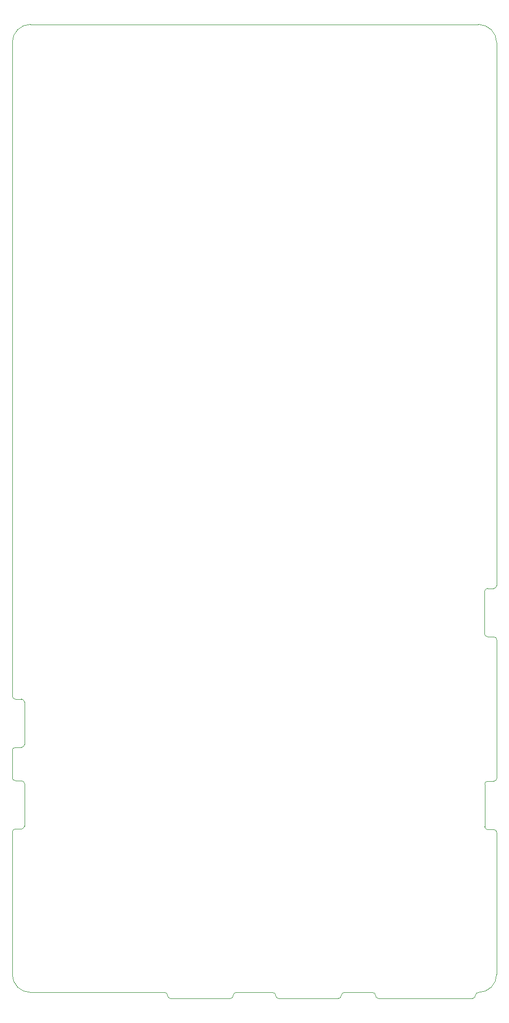
<source format=gbr>
%TF.GenerationSoftware,KiCad,Pcbnew,8.0.3*%
%TF.CreationDate,2024-12-10T11:07:40+00:00*%
%TF.ProjectId,PCB V2.4,50434220-5632-42e3-942e-6b696361645f,rev?*%
%TF.SameCoordinates,Original*%
%TF.FileFunction,Profile,NP*%
%FSLAX46Y46*%
G04 Gerber Fmt 4.6, Leading zero omitted, Abs format (unit mm)*
G04 Created by KiCad (PCBNEW 8.0.3) date 2024-12-10 11:07:40*
%MOMM*%
%LPD*%
G01*
G04 APERTURE LIST*
%TA.AperFunction,Profile*%
%ADD10C,0.050000*%
%TD*%
G04 APERTURE END LIST*
D10*
X141142947Y-124205776D02*
X141142947Y-117205776D01*
X142642947Y-124705776D02*
G75*
G02*
X143142924Y-125205776I-47J-500024D01*
G01*
X99123500Y-184487223D02*
X89269947Y-184487223D01*
X65123500Y-142493776D02*
G75*
G02*
X64623500Y-142993800I-499900J-124D01*
G01*
X89269947Y-184487223D02*
G75*
G02*
X88769877Y-183987223I-147J499923D01*
G01*
X143155500Y-148077223D02*
G75*
G02*
X142655500Y-148577200I-500000J23D01*
G01*
X143142947Y-116205776D02*
G75*
G02*
X142642947Y-116705747I-499847J-124D01*
G01*
X141155500Y-156077223D02*
X141155500Y-149077223D01*
X63623500Y-134993776D02*
X64623500Y-134993776D01*
X116977053Y-184487223D02*
X107123500Y-184487223D01*
X140123500Y-23487223D02*
X66123500Y-23487223D01*
X64623500Y-148487223D02*
G75*
G02*
X65123477Y-148987223I0J-499977D01*
G01*
X99623500Y-183987223D02*
G75*
G02*
X100123500Y-183487200I500000J23D01*
G01*
X63123500Y-156987223D02*
G75*
G02*
X63623500Y-156487200I500000J23D01*
G01*
X63623500Y-134993776D02*
G75*
G02*
X63123424Y-134493776I-100J499976D01*
G01*
X65123500Y-135493776D02*
X65123500Y-142493776D01*
X139123500Y-184487223D02*
X123623500Y-184487223D01*
X143155500Y-157077223D02*
X143123500Y-180487223D01*
X143123500Y-180487223D02*
G75*
G02*
X140123500Y-183487200I-3000000J23D01*
G01*
X63623500Y-148487223D02*
G75*
G02*
X63123477Y-147987223I0J500023D01*
G01*
X141655500Y-148577223D02*
X142655500Y-148577223D01*
X63123500Y-143493776D02*
G75*
G02*
X63623500Y-142993800I500100J-124D01*
G01*
X141142947Y-117205776D02*
G75*
G02*
X141642947Y-116705747I500153J-124D01*
G01*
X65123500Y-155987223D02*
G75*
G02*
X64623500Y-156487200I-500000J23D01*
G01*
X117477053Y-183987223D02*
G75*
G02*
X117977053Y-183487153I500147J-77D01*
G01*
X117477053Y-183987223D02*
G75*
G02*
X116977053Y-184487153I-499853J-77D01*
G01*
X143142947Y-116205776D02*
X143123500Y-26487223D01*
X66123500Y-183487223D02*
G75*
G02*
X63123477Y-180487223I0J3000023D01*
G01*
X142655500Y-156577223D02*
X141655500Y-156577223D01*
X88269947Y-183487223D02*
G75*
G02*
X88769977Y-183987223I-47J-500077D01*
G01*
X64623500Y-134993776D02*
G75*
G02*
X65123424Y-135493776I-100J-500024D01*
G01*
X141155500Y-149077223D02*
G75*
G02*
X141655500Y-148577200I500000J23D01*
G01*
X141642947Y-116705776D02*
X142642947Y-116705776D01*
X122623500Y-183487223D02*
G75*
G02*
X123123477Y-183987223I0J-499977D01*
G01*
X107123500Y-184487223D02*
G75*
G02*
X106623477Y-183987223I0J500023D01*
G01*
X99623500Y-183987223D02*
G75*
G02*
X99123500Y-184487200I-500000J23D01*
G01*
X143142947Y-125205776D02*
X143155500Y-148077223D01*
X106123500Y-183487223D02*
X100123500Y-183487223D01*
X141655500Y-156577223D02*
G75*
G02*
X141155477Y-156077223I0J500023D01*
G01*
X66123500Y-183487223D02*
X88269947Y-183487223D01*
X64623500Y-142993776D02*
X63623500Y-142993776D01*
X139623500Y-183987223D02*
G75*
G02*
X140123500Y-183487200I500000J23D01*
G01*
X140123500Y-23487223D02*
G75*
G02*
X143123477Y-26487223I0J-2999977D01*
G01*
X65123500Y-148987223D02*
X65123500Y-155987223D01*
X63123500Y-26487223D02*
G75*
G02*
X66123500Y-23487200I3000000J23D01*
G01*
X142642947Y-124705776D02*
X141642947Y-124705776D01*
X63123500Y-134493776D02*
X63123500Y-26487223D01*
X106123500Y-183487223D02*
G75*
G02*
X106623477Y-183987223I0J-499977D01*
G01*
X63123500Y-147987223D02*
X63123500Y-143493776D01*
X117977053Y-183487223D02*
X122623500Y-183487223D01*
X64623500Y-156487223D02*
X63623500Y-156487223D01*
X123623500Y-184487223D02*
G75*
G02*
X123123477Y-183987223I0J500023D01*
G01*
X63123500Y-156987223D02*
X63123500Y-180487223D01*
X139623500Y-183987223D02*
G75*
G02*
X139123500Y-184487200I-500000J23D01*
G01*
X141642947Y-124705776D02*
G75*
G02*
X141142924Y-124205776I-47J499976D01*
G01*
X142655500Y-156577223D02*
G75*
G02*
X143155477Y-157077223I0J-499977D01*
G01*
X63623500Y-148487223D02*
X64623500Y-148487223D01*
M02*

</source>
